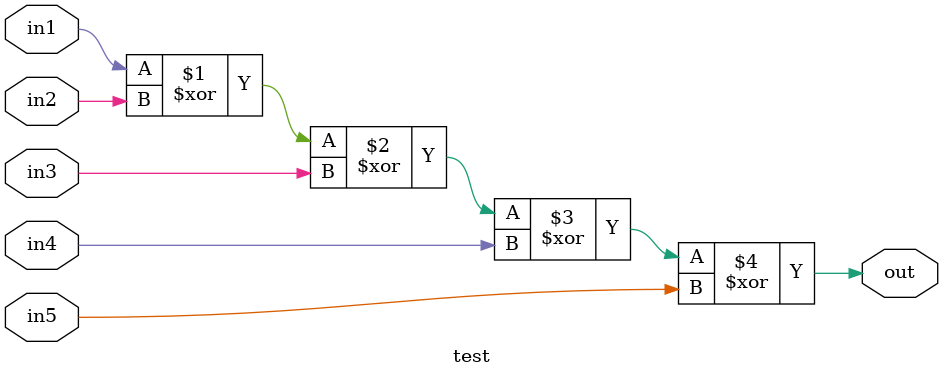
<source format=v>
module test(output out, input in1, in2, in3, in4, in5);
assign out = in1 ^ in2 ^ in3 ^ in4 ^ in5;
endmodule

</source>
